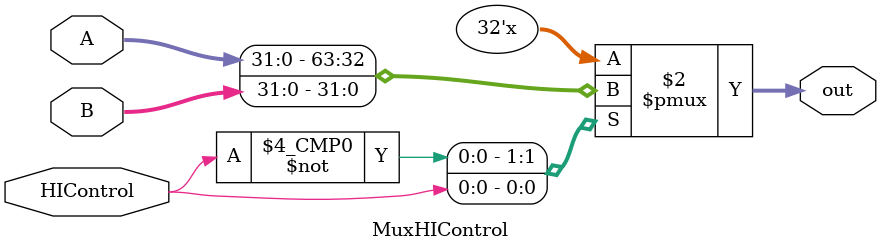
<source format=sv>
module MuxHIControl(A, B, out, HIControl);

 	input logic [31:0] A, B;
	input logic HIControl;
	output logic [31:0] out;

     always @(HIControl)begin
      case(HIControl)
            0: out = A;
            1: out = B;
        endcase
    end
endmodule 
</source>
